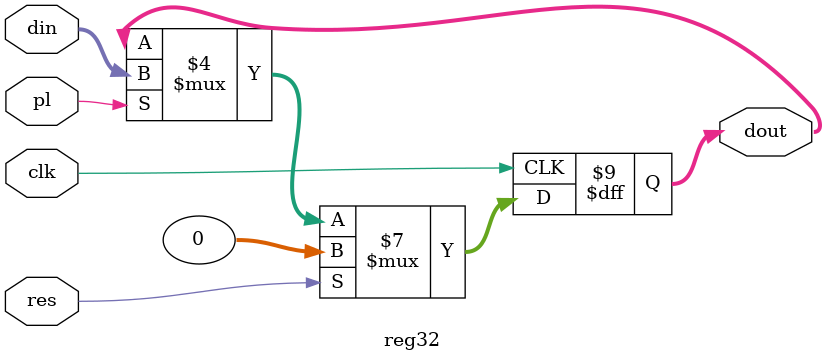
<source format=v>
module reg32(clk,res,pl,din,dout);

input clk;
input res;
input pl;
input [31:0] din;

output [31:0] dout;
reg [31:0] dout;

always @(posedge clk) begin
	if(res==1'b1) begin
		dout<=32'b0;
	end
	else if(pl==1) begin
		dout<=din;
	end
end

endmodule
			

</source>
